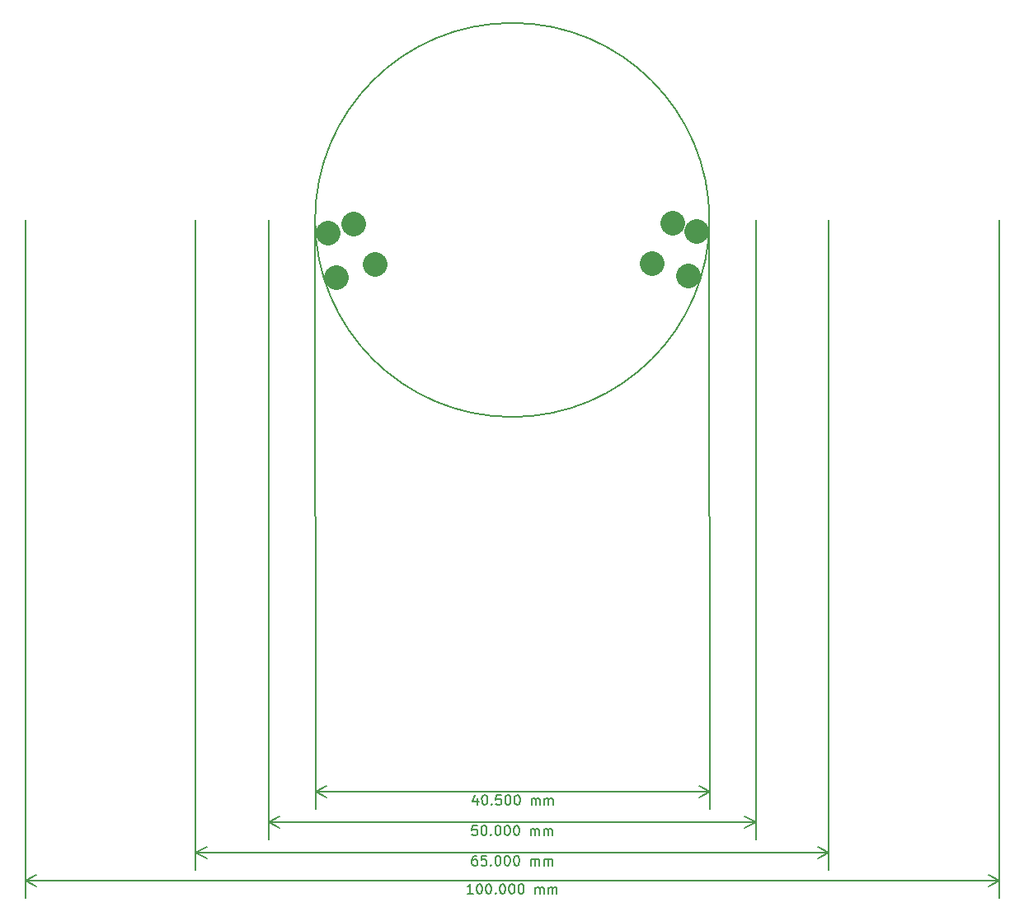
<source format=gbr>
%FSLAX34Y34*%
G04 Gerber Fmt 3.4, Leading zero omitted, Abs format*
G04 (created by PCBNEW (2014-06-29 BZR 4957)-product) date Thu 24 Jul 2014 08:22:17 PM CEST*
%MOIN*%
G01*
G70*
G90*
G04 APERTURE LIST*
%ADD10C,0.003937*%
%ADD11C,0.007874*%
%ADD12C,0.100000*%
G04 APERTURE END LIST*
G54D10*
G54D11*
X57640Y-60804D02*
X57640Y-61067D01*
X57546Y-60654D02*
X57453Y-60936D01*
X57696Y-60935D01*
X57921Y-60673D02*
X57959Y-60673D01*
X57996Y-60691D01*
X58015Y-60710D01*
X58034Y-60748D01*
X58052Y-60823D01*
X58053Y-60916D01*
X58034Y-60991D01*
X58015Y-61029D01*
X57996Y-61048D01*
X57959Y-61066D01*
X57921Y-61066D01*
X57884Y-61048D01*
X57865Y-61029D01*
X57846Y-60992D01*
X57828Y-60917D01*
X57827Y-60823D01*
X57846Y-60748D01*
X57865Y-60710D01*
X57884Y-60692D01*
X57921Y-60673D01*
X58221Y-61029D02*
X58240Y-61047D01*
X58221Y-61066D01*
X58203Y-61047D01*
X58221Y-61029D01*
X58221Y-61066D01*
X58596Y-60672D02*
X58408Y-60672D01*
X58390Y-60860D01*
X58409Y-60841D01*
X58446Y-60822D01*
X58540Y-60822D01*
X58577Y-60841D01*
X58596Y-60859D01*
X58615Y-60897D01*
X58615Y-60991D01*
X58596Y-61028D01*
X58578Y-61047D01*
X58540Y-61066D01*
X58446Y-61066D01*
X58409Y-61047D01*
X58390Y-61028D01*
X58858Y-60672D02*
X58896Y-60672D01*
X58933Y-60690D01*
X58952Y-60709D01*
X58971Y-60746D01*
X58990Y-60821D01*
X58990Y-60915D01*
X58971Y-60990D01*
X58953Y-61028D01*
X58934Y-61046D01*
X58896Y-61065D01*
X58859Y-61065D01*
X58821Y-61047D01*
X58803Y-61028D01*
X58784Y-60990D01*
X58765Y-60915D01*
X58765Y-60822D01*
X58783Y-60747D01*
X58802Y-60709D01*
X58821Y-60690D01*
X58858Y-60672D01*
X59233Y-60671D02*
X59271Y-60671D01*
X59308Y-60690D01*
X59327Y-60708D01*
X59346Y-60746D01*
X59365Y-60821D01*
X59365Y-60915D01*
X59346Y-60990D01*
X59328Y-61027D01*
X59309Y-61046D01*
X59271Y-61065D01*
X59234Y-61065D01*
X59196Y-61046D01*
X59178Y-61027D01*
X59159Y-60990D01*
X59140Y-60915D01*
X59140Y-60821D01*
X59158Y-60746D01*
X59177Y-60709D01*
X59196Y-60690D01*
X59233Y-60671D01*
X59834Y-61064D02*
X59833Y-60802D01*
X59833Y-60839D02*
X59852Y-60820D01*
X59890Y-60802D01*
X59946Y-60801D01*
X59983Y-60820D01*
X60002Y-60858D01*
X60002Y-61064D01*
X60002Y-60858D02*
X60021Y-60820D01*
X60058Y-60801D01*
X60115Y-60801D01*
X60152Y-60820D01*
X60171Y-60857D01*
X60171Y-61064D01*
X60359Y-61063D02*
X60358Y-60801D01*
X60358Y-60838D02*
X60377Y-60820D01*
X60415Y-60801D01*
X60471Y-60801D01*
X60508Y-60819D01*
X60527Y-60857D01*
X60527Y-61063D01*
X60527Y-60857D02*
X60546Y-60819D01*
X60583Y-60801D01*
X60640Y-60801D01*
X60677Y-60819D01*
X60696Y-60857D01*
X60696Y-61063D01*
X51111Y-60542D02*
X67056Y-60523D01*
X51082Y-37401D02*
X51112Y-61251D01*
X67027Y-37381D02*
X67057Y-61231D01*
X67056Y-60523D02*
X66612Y-60754D01*
X67056Y-60523D02*
X66612Y-60292D01*
X51111Y-60542D02*
X51555Y-60773D01*
X51111Y-60542D02*
X51554Y-60311D01*
X57630Y-61910D02*
X57442Y-61910D01*
X57424Y-62097D01*
X57442Y-62079D01*
X57480Y-62060D01*
X57574Y-62060D01*
X57611Y-62079D01*
X57630Y-62097D01*
X57649Y-62135D01*
X57649Y-62229D01*
X57630Y-62266D01*
X57611Y-62285D01*
X57574Y-62304D01*
X57480Y-62304D01*
X57442Y-62285D01*
X57424Y-62266D01*
X57892Y-61910D02*
X57930Y-61910D01*
X57967Y-61929D01*
X57986Y-61947D01*
X58005Y-61985D01*
X58023Y-62060D01*
X58023Y-62154D01*
X58005Y-62229D01*
X57986Y-62266D01*
X57967Y-62285D01*
X57930Y-62304D01*
X57892Y-62304D01*
X57855Y-62285D01*
X57836Y-62266D01*
X57817Y-62229D01*
X57799Y-62154D01*
X57799Y-62060D01*
X57817Y-61985D01*
X57836Y-61947D01*
X57855Y-61929D01*
X57892Y-61910D01*
X58192Y-62266D02*
X58211Y-62285D01*
X58192Y-62304D01*
X58173Y-62285D01*
X58192Y-62266D01*
X58192Y-62304D01*
X58455Y-61910D02*
X58492Y-61910D01*
X58530Y-61929D01*
X58548Y-61947D01*
X58567Y-61985D01*
X58586Y-62060D01*
X58586Y-62154D01*
X58567Y-62229D01*
X58548Y-62266D01*
X58530Y-62285D01*
X58492Y-62304D01*
X58455Y-62304D01*
X58417Y-62285D01*
X58398Y-62266D01*
X58380Y-62229D01*
X58361Y-62154D01*
X58361Y-62060D01*
X58380Y-61985D01*
X58398Y-61947D01*
X58417Y-61929D01*
X58455Y-61910D01*
X58830Y-61910D02*
X58867Y-61910D01*
X58905Y-61929D01*
X58923Y-61947D01*
X58942Y-61985D01*
X58961Y-62060D01*
X58961Y-62154D01*
X58942Y-62229D01*
X58923Y-62266D01*
X58905Y-62285D01*
X58867Y-62304D01*
X58830Y-62304D01*
X58792Y-62285D01*
X58773Y-62266D01*
X58755Y-62229D01*
X58736Y-62154D01*
X58736Y-62060D01*
X58755Y-61985D01*
X58773Y-61947D01*
X58792Y-61929D01*
X58830Y-61910D01*
X59205Y-61910D02*
X59242Y-61910D01*
X59280Y-61929D01*
X59298Y-61947D01*
X59317Y-61985D01*
X59336Y-62060D01*
X59336Y-62154D01*
X59317Y-62229D01*
X59298Y-62266D01*
X59280Y-62285D01*
X59242Y-62304D01*
X59205Y-62304D01*
X59167Y-62285D01*
X59148Y-62266D01*
X59130Y-62229D01*
X59111Y-62154D01*
X59111Y-62060D01*
X59130Y-61985D01*
X59148Y-61947D01*
X59167Y-61929D01*
X59205Y-61910D01*
X59805Y-62304D02*
X59805Y-62041D01*
X59805Y-62079D02*
X59823Y-62060D01*
X59861Y-62041D01*
X59917Y-62041D01*
X59955Y-62060D01*
X59973Y-62097D01*
X59973Y-62304D01*
X59973Y-62097D02*
X59992Y-62060D01*
X60029Y-62041D01*
X60086Y-62041D01*
X60123Y-62060D01*
X60142Y-62097D01*
X60142Y-62304D01*
X60329Y-62304D02*
X60329Y-62041D01*
X60329Y-62079D02*
X60348Y-62060D01*
X60386Y-62041D01*
X60442Y-62041D01*
X60479Y-62060D01*
X60498Y-62097D01*
X60498Y-62304D01*
X60498Y-62097D02*
X60517Y-62060D01*
X60554Y-62041D01*
X60611Y-62041D01*
X60648Y-62060D01*
X60667Y-62097D01*
X60667Y-62304D01*
X49212Y-61771D02*
X68897Y-61771D01*
X49212Y-37401D02*
X49212Y-62480D01*
X68897Y-37401D02*
X68897Y-62480D01*
X68897Y-61771D02*
X68454Y-62002D01*
X68897Y-61771D02*
X68454Y-61540D01*
X49212Y-61771D02*
X49656Y-62002D01*
X49212Y-61771D02*
X49656Y-61540D01*
X57611Y-63130D02*
X57536Y-63130D01*
X57499Y-63149D01*
X57480Y-63168D01*
X57442Y-63224D01*
X57424Y-63299D01*
X57424Y-63449D01*
X57442Y-63487D01*
X57461Y-63505D01*
X57499Y-63524D01*
X57574Y-63524D01*
X57611Y-63505D01*
X57630Y-63487D01*
X57649Y-63449D01*
X57649Y-63355D01*
X57630Y-63318D01*
X57611Y-63299D01*
X57574Y-63280D01*
X57499Y-63280D01*
X57461Y-63299D01*
X57442Y-63318D01*
X57424Y-63355D01*
X58005Y-63130D02*
X57817Y-63130D01*
X57799Y-63318D01*
X57817Y-63299D01*
X57855Y-63280D01*
X57949Y-63280D01*
X57986Y-63299D01*
X58005Y-63318D01*
X58023Y-63355D01*
X58023Y-63449D01*
X58005Y-63487D01*
X57986Y-63505D01*
X57949Y-63524D01*
X57855Y-63524D01*
X57817Y-63505D01*
X57799Y-63487D01*
X58192Y-63487D02*
X58211Y-63505D01*
X58192Y-63524D01*
X58173Y-63505D01*
X58192Y-63487D01*
X58192Y-63524D01*
X58455Y-63130D02*
X58492Y-63130D01*
X58530Y-63149D01*
X58548Y-63168D01*
X58567Y-63205D01*
X58586Y-63280D01*
X58586Y-63374D01*
X58567Y-63449D01*
X58548Y-63487D01*
X58530Y-63505D01*
X58492Y-63524D01*
X58455Y-63524D01*
X58417Y-63505D01*
X58398Y-63487D01*
X58380Y-63449D01*
X58361Y-63374D01*
X58361Y-63280D01*
X58380Y-63205D01*
X58398Y-63168D01*
X58417Y-63149D01*
X58455Y-63130D01*
X58830Y-63130D02*
X58867Y-63130D01*
X58905Y-63149D01*
X58923Y-63168D01*
X58942Y-63205D01*
X58961Y-63280D01*
X58961Y-63374D01*
X58942Y-63449D01*
X58923Y-63487D01*
X58905Y-63505D01*
X58867Y-63524D01*
X58830Y-63524D01*
X58792Y-63505D01*
X58773Y-63487D01*
X58755Y-63449D01*
X58736Y-63374D01*
X58736Y-63280D01*
X58755Y-63205D01*
X58773Y-63168D01*
X58792Y-63149D01*
X58830Y-63130D01*
X59205Y-63130D02*
X59242Y-63130D01*
X59280Y-63149D01*
X59298Y-63168D01*
X59317Y-63205D01*
X59336Y-63280D01*
X59336Y-63374D01*
X59317Y-63449D01*
X59298Y-63487D01*
X59280Y-63505D01*
X59242Y-63524D01*
X59205Y-63524D01*
X59167Y-63505D01*
X59148Y-63487D01*
X59130Y-63449D01*
X59111Y-63374D01*
X59111Y-63280D01*
X59130Y-63205D01*
X59148Y-63168D01*
X59167Y-63149D01*
X59205Y-63130D01*
X59805Y-63524D02*
X59805Y-63262D01*
X59805Y-63299D02*
X59823Y-63280D01*
X59861Y-63262D01*
X59917Y-63262D01*
X59955Y-63280D01*
X59973Y-63318D01*
X59973Y-63524D01*
X59973Y-63318D02*
X59992Y-63280D01*
X60029Y-63262D01*
X60086Y-63262D01*
X60123Y-63280D01*
X60142Y-63318D01*
X60142Y-63524D01*
X60329Y-63524D02*
X60329Y-63262D01*
X60329Y-63299D02*
X60348Y-63280D01*
X60386Y-63262D01*
X60442Y-63262D01*
X60479Y-63280D01*
X60498Y-63318D01*
X60498Y-63524D01*
X60498Y-63318D02*
X60517Y-63280D01*
X60554Y-63262D01*
X60611Y-63262D01*
X60648Y-63280D01*
X60667Y-63318D01*
X60667Y-63524D01*
X46259Y-62992D02*
X71850Y-62992D01*
X46259Y-37401D02*
X46259Y-63700D01*
X71850Y-37401D02*
X71850Y-63700D01*
X71850Y-62992D02*
X71406Y-63223D01*
X71850Y-62992D02*
X71406Y-62761D01*
X46259Y-62992D02*
X46703Y-63223D01*
X46259Y-62992D02*
X46703Y-62761D01*
X57461Y-64666D02*
X57236Y-64666D01*
X57349Y-64666D02*
X57349Y-64272D01*
X57311Y-64328D01*
X57274Y-64366D01*
X57236Y-64385D01*
X57705Y-64272D02*
X57742Y-64272D01*
X57780Y-64291D01*
X57799Y-64310D01*
X57817Y-64347D01*
X57836Y-64422D01*
X57836Y-64516D01*
X57817Y-64591D01*
X57799Y-64628D01*
X57780Y-64647D01*
X57742Y-64666D01*
X57705Y-64666D01*
X57667Y-64647D01*
X57649Y-64628D01*
X57630Y-64591D01*
X57611Y-64516D01*
X57611Y-64422D01*
X57630Y-64347D01*
X57649Y-64310D01*
X57667Y-64291D01*
X57705Y-64272D01*
X58080Y-64272D02*
X58117Y-64272D01*
X58155Y-64291D01*
X58173Y-64310D01*
X58192Y-64347D01*
X58211Y-64422D01*
X58211Y-64516D01*
X58192Y-64591D01*
X58173Y-64628D01*
X58155Y-64647D01*
X58117Y-64666D01*
X58080Y-64666D01*
X58042Y-64647D01*
X58023Y-64628D01*
X58005Y-64591D01*
X57986Y-64516D01*
X57986Y-64422D01*
X58005Y-64347D01*
X58023Y-64310D01*
X58042Y-64291D01*
X58080Y-64272D01*
X58380Y-64628D02*
X58398Y-64647D01*
X58380Y-64666D01*
X58361Y-64647D01*
X58380Y-64628D01*
X58380Y-64666D01*
X58642Y-64272D02*
X58680Y-64272D01*
X58717Y-64291D01*
X58736Y-64310D01*
X58755Y-64347D01*
X58773Y-64422D01*
X58773Y-64516D01*
X58755Y-64591D01*
X58736Y-64628D01*
X58717Y-64647D01*
X58680Y-64666D01*
X58642Y-64666D01*
X58605Y-64647D01*
X58586Y-64628D01*
X58567Y-64591D01*
X58548Y-64516D01*
X58548Y-64422D01*
X58567Y-64347D01*
X58586Y-64310D01*
X58605Y-64291D01*
X58642Y-64272D01*
X59017Y-64272D02*
X59055Y-64272D01*
X59092Y-64291D01*
X59111Y-64310D01*
X59130Y-64347D01*
X59148Y-64422D01*
X59148Y-64516D01*
X59130Y-64591D01*
X59111Y-64628D01*
X59092Y-64647D01*
X59055Y-64666D01*
X59017Y-64666D01*
X58980Y-64647D01*
X58961Y-64628D01*
X58942Y-64591D01*
X58923Y-64516D01*
X58923Y-64422D01*
X58942Y-64347D01*
X58961Y-64310D01*
X58980Y-64291D01*
X59017Y-64272D01*
X59392Y-64272D02*
X59430Y-64272D01*
X59467Y-64291D01*
X59486Y-64310D01*
X59505Y-64347D01*
X59523Y-64422D01*
X59523Y-64516D01*
X59505Y-64591D01*
X59486Y-64628D01*
X59467Y-64647D01*
X59430Y-64666D01*
X59392Y-64666D01*
X59355Y-64647D01*
X59336Y-64628D01*
X59317Y-64591D01*
X59298Y-64516D01*
X59298Y-64422D01*
X59317Y-64347D01*
X59336Y-64310D01*
X59355Y-64291D01*
X59392Y-64272D01*
X59992Y-64666D02*
X59992Y-64403D01*
X59992Y-64441D02*
X60011Y-64422D01*
X60048Y-64403D01*
X60104Y-64403D01*
X60142Y-64422D01*
X60161Y-64460D01*
X60161Y-64666D01*
X60161Y-64460D02*
X60179Y-64422D01*
X60217Y-64403D01*
X60273Y-64403D01*
X60311Y-64422D01*
X60329Y-64460D01*
X60329Y-64666D01*
X60517Y-64666D02*
X60517Y-64403D01*
X60517Y-64441D02*
X60536Y-64422D01*
X60573Y-64403D01*
X60629Y-64403D01*
X60667Y-64422D01*
X60686Y-64460D01*
X60686Y-64666D01*
X60686Y-64460D02*
X60704Y-64422D01*
X60742Y-64403D01*
X60798Y-64403D01*
X60836Y-64422D01*
X60854Y-64460D01*
X60854Y-64666D01*
X39370Y-64133D02*
X78740Y-64133D01*
X39370Y-37401D02*
X39370Y-64842D01*
X78740Y-37401D02*
X78740Y-64842D01*
X78740Y-64133D02*
X78296Y-64364D01*
X78740Y-64133D02*
X78296Y-63902D01*
X39370Y-64133D02*
X39813Y-64364D01*
X39370Y-64133D02*
X39813Y-63902D01*
X67027Y-37401D02*
G75*
G03X67027Y-37401I-7972J0D01*
G74*
G01*
G54D12*
X51954Y-39750D02*
X51954Y-39750D01*
X51604Y-37949D02*
X51604Y-37949D01*
X52652Y-37565D02*
X52652Y-37565D01*
X53505Y-39190D02*
X53505Y-39190D01*
X66513Y-37873D02*
X66513Y-37873D01*
X66179Y-39677D02*
X66179Y-39677D01*
X64696Y-39165D02*
X64696Y-39165D01*
X65555Y-37543D02*
X65555Y-37543D01*
M02*

</source>
